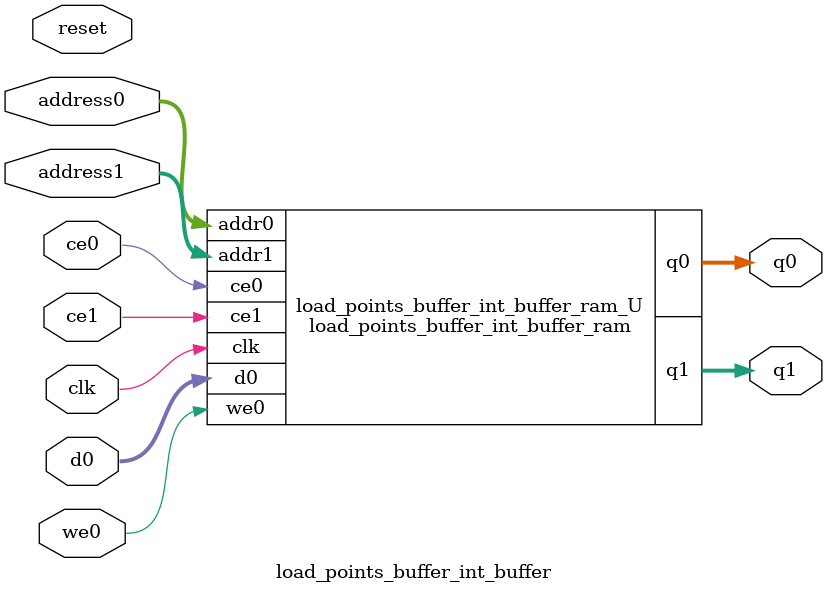
<source format=v>

`timescale 1 ns / 1 ps
module load_points_buffer_int_buffer_ram (addr0, ce0, d0, we0, q0, addr1, ce1, q1,  clk);

parameter DWIDTH = 32;
parameter AWIDTH = 6;
parameter MEM_SIZE = 48;

input[AWIDTH-1:0] addr0;
input ce0;
input[DWIDTH-1:0] d0;
input we0;
output reg[DWIDTH-1:0] q0;
input[AWIDTH-1:0] addr1;
input ce1;
output reg[DWIDTH-1:0] q1;
input clk;

(* ram_style = "block" *)reg [DWIDTH-1:0] ram[MEM_SIZE-1:0];




always @(posedge clk)  
begin 
    if (ce0) 
    begin
        if (we0) 
        begin 
            ram[addr0] <= d0; 
            q0 <= d0;
        end 
        else 
            q0 <= ram[addr0];
    end
end


always @(posedge clk)  
begin 
    if (ce1) 
    begin
            q1 <= ram[addr1];
    end
end


endmodule


`timescale 1 ns / 1 ps
module load_points_buffer_int_buffer(
    reset,
    clk,
    address0,
    ce0,
    we0,
    d0,
    q0,
    address1,
    ce1,
    q1);

parameter DataWidth = 32'd32;
parameter AddressRange = 32'd48;
parameter AddressWidth = 32'd6;
input reset;
input clk;
input[AddressWidth - 1:0] address0;
input ce0;
input we0;
input[DataWidth - 1:0] d0;
output[DataWidth - 1:0] q0;
input[AddressWidth - 1:0] address1;
input ce1;
output[DataWidth - 1:0] q1;




load_points_buffer_int_buffer_ram load_points_buffer_int_buffer_ram_U(
    .clk( clk ),
    .addr0( address0 ),
    .ce0( ce0 ),
    .d0( d0 ),
    .we0( we0 ),
    .q0( q0 ),
    .addr1( address1 ),
    .ce1( ce1 ),
    .q1( q1 ));

endmodule


</source>
